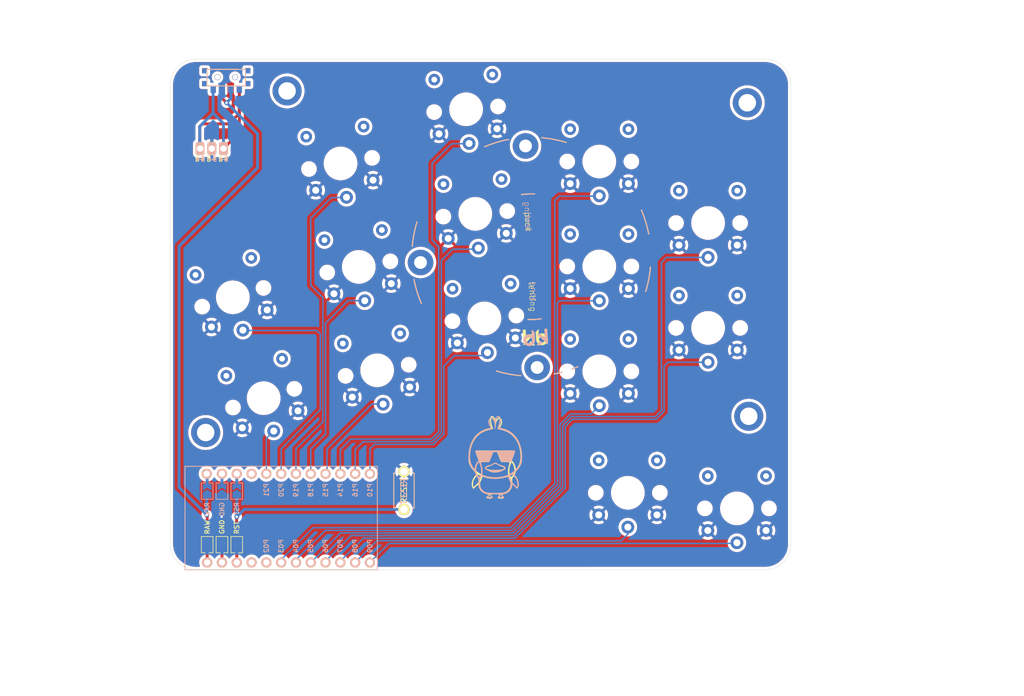
<source format=kicad_pcb>
(kicad_pcb (version 20211014) (generator pcbnew)
  (title_block (title "board") (rev "v1.0.0") (company "Unknown"))
  (layers (0 "F.Cu" signal) (31 "B.Cu" signal) (34 "B.Paste" user) (35 "F.Paste" user) (36 "B.SilkS" user "B.Silkscreen") (37 "F.SilkS" user "F.Silkscreen") (38 "B.Mask" user) (39 "F.Mask" user) (44 "Edge.Cuts" user))
  (net 0 "")
  (net 1 "P6")
  (net 2 "GND")
  (net 3 "P5")
  (net 4 "P4")
  (net 5 "P3")
  (net 6 "P2")
  (net 7 "P18")
  (net 8 "P15")
  (net 9 "P14")
  (net 10 "P16")
  (net 11 "P10")
  (net 12 "P19")
  (net 13 "P20")
  (net 14 "P21")
  (net 15 "P7")
  (net 16 "P8")
  (net 17 "P9")
  (net 18 "RAW")
  (net 19 "RST")
  (net 20 "Braw")
  (footprint "kbd:ResetSW" (layer "F.Cu") (at 81.896791 -48.615254 -90)
    (fp_text reference "B1" hide)
    (fp_text value "")
    (fp_text user "RESET" (at 0.127 0 90) (layer "B.SilkS") (effects (justify mirror)))
    (fp_text user "RESET" (at 0 0 90) (layer "F.SilkS"))
    (pad "1" thru_hole circle locked (at 3.25 0 270) (size 2 2) (drill 1.3) (layers *.Cu *.Mask "F.SilkS") (net 19 "RST"))
    (pad "2" thru_hole circle locked (at -3.25 0 270) (size 2 2) (drill 1.3) (layers *.Cu *.Mask "F.SilkS") (net 2 "GND"))
  )
  (footprint "Alaa:ChocV2SimpleReversible" (layer "F.Cu") (at 71.00711 -104.795067 10)
    (fp_text reference "S11" hide)
    (fp_text value "" hide)
    (pad "" np_thru_hole circle (at -5.5 0 100) (size 1.7018 1.7018) (drill 1.7018) (layers F&B.Cu *.Mask))
    (pad "" thru_hole circle (at -5 -5.55 10) (size 2 2) (drill 1) (layers *.Cu "F.Mask"))
    (pad "" np_thru_hole circle (at 0 0 280) (size 4.8 4.8) (drill 4.8) (layers F&B.Cu *.Mask))
    (pad "" thru_hole circle (at 5 -5.55 10) (size 2 2) (drill 1) (layers *.Cu "B.Mask"))
    (pad "" np_thru_hole circle (at 5.5 0 100) (size 1.7018 1.7018) (drill 1.7018) (layers F&B.Cu *.Mask))
    (pad "1" thru_hole circle (at 0 5.9 10) (size 2.2 2.2) (drill 1.2) (layers *.Cu "F.Mask") (net 12 "P19"))
    (pad "2" thru_hole circle (at -5 3.8 10) (size 2.2 2.2) (drill 1.2) (layers *.Cu "B.Mask") (net 2 "GND"))
    (pad "2" thru_hole circle (at 5 3.8 10) (size 2.2 2.2) (drill 1.2) (layers *.Cu "F.Mask") (net 2 "GND"))
  )
  (footprint "Alaa:ChocV2SimpleReversible" (layer "F.Cu") (at 94.141643 -96.134167 5)
    (fp_text reference "S15" hide)
    (fp_text value "" hide)
    (pad "" np_thru_hole circle (at -5.5 0 95) (size 1.7018 1.7018) (drill 1.7018) (layers F&B.Cu *.Mask))
    (pad "" np_thru_hole circle (at 5.5 0 95) (size 1.7018 1.7018) (drill 1.7018) (layers F&B.Cu *.Mask))
    (pad "" thru_hole circle (at 5 -5.55 5) (size 2 2) (drill 1) (layers *.Cu "B.Mask"))
    (pad "" thru_hole circle (at -5 -5.55 5) (size 2 2) (drill 1) (layers *.Cu "F.Mask"))
    (pad "" np_thru_hole circle (at 0 0 275) (size 4.8 4.8) (drill 4.8) (layers F&B.Cu *.Mask))
    (pad "1" thru_hole circle (at 0 5.9 5) (size 2.2 2.2) (drill 1.2) (layers *.Cu "F.Mask") (net 10 "P16"))
    (pad "2" thru_hole circle (at 5 3.8 5) (size 2.2 2.2) (drill 1.2) (layers *.Cu "F.Mask") (net 2 "GND"))
    (pad "2" thru_hole circle (at -5 3.8 5) (size 2.2 2.2) (drill 1.2) (layers *.Cu "B.Mask") (net 2 "GND"))
  )
  (footprint "Alaa:ChocV2SimpleReversible" (layer "F.Cu") (at 115.424791 -87.097254)
    (fp_text reference "S21" hide)
    (fp_text value "" hide)
    (pad "" np_thru_hole circle (at 5.5 0 90) (size 1.7018 1.7018) (drill 1.7018) (layers F&B.Cu *.Mask))
    (pad "" np_thru_hole circle (at -5.5 0 90) (size 1.7018 1.7018) (drill 1.7018) (layers F&B.Cu *.Mask))
    (pad "" thru_hole circle (at 5 -5.55) (size 2 2) (drill 1) (layers *.Cu "B.Mask"))
    (pad "" np_thru_hole circle (at 0 0 270) (size 4.8 4.8) (drill 4.8) (layers F&B.Cu *.Mask))
    (pad "" thru_hole circle (at -5 -5.55) (size 2 2) (drill 1) (layers *.Cu "F.Mask"))
    (pad "1" thru_hole circle (at 0 5.9) (size 2.2 2.2) (drill 1.2) (layers *.Cu "F.Mask") (net 4 "P4"))
    (pad "2" thru_hole circle (at 5 3.8) (size 2.2 2.2) (drill 1.2) (layers *.Cu "F.Mask") (net 2 "GND"))
    (pad "2" thru_hole circle (at -5 3.8) (size 2.2 2.2) (drill 1.2) (layers *.Cu "B.Mask") (net 2 "GND"))
  )
  (footprint "E73:SPDT_C128955" (layer "F.Cu") (at 51.389406 -119.608838)
    (fp_text reference "T1" hide)
    (fp_text value "" hide)
    (pad "" smd rect (at 3.7 1.1) (size 0.9 0.9) (layers "F.Cu" "F.Paste" "F.Mask"))
    (pad "" smd rect (at -3.7 -1.1) (size 0.9 0.9) (layers "F.Cu" "F.Paste" "F.Mask"))
    (pad "" smd rect (at 3.7 -1.1) (size 0.9 0.9) (layers "F.Cu" "F.Paste" "F.Mask"))
    (pad "" smd rect (at -3.7 1.1) (size 0.9 0.9) (layers "F.Cu" "F.Paste" "F.Mask"))
    (pad "1" smd rect (at 2.25 2.075) (size 0.9 1.25) (layers "F.Cu" "F.Paste" "F.Mask") (net 20 "Braw"))
    (pad "2" smd rect (at -0.75 2.075) (size 0.9 1.25) (layers "F.Cu" "F.Paste" "F.Mask") (net 18 "RAW"))
    (pad "3" smd rect (at -2.25 2.075) (size 0.9 1.25) (layers "F.Cu" "F.Paste" "F.Mask"))
  )
  (footprint "" (layer "F.Cu") (at 141.078791 -61.367254)
    (fp_text reference "" (at 0 0) (layer "F.SilkS") (effects (font (size 1.27 1.27))))
    (fp_text value "" (at 0 0) (layer "F.SilkS") (effects (font (size 1.27 1.27))))
    (pad "1" thru_hole circle (at 0 0) (size 5 5) (drill 3) (layers *.Cu *.Mask))
  )
  (footprint "E73:SPDT_C128955" (layer "F.Cu") (at 51.389406 -119.608838)
    (fp_text reference "T2" hide)
    (fp_text value "" hide)
    (pad "" smd rect locked (at 3.7 -1.1) (size 0.9 0.9) (layers "B.Cu" "B.Paste" "B.Mask"))
    (pad "" smd rect locked (at -3.7 -1.1) (size 0.9 0.9) (layers "B.Cu" "B.Paste" "B.Mask"))
    (pad "" smd rect locked (at 3.7 1.1) (size 0.9 0.9) (layers "B.Cu" "B.Paste" "B.Mask"))
    (pad "" smd rect locked (at -3.7 1.1) (size 0.9 0.9) (layers "B.Cu" "B.Paste" "B.Mask"))
    (pad "" np_thru_hole circle locked (at -1.5 0 90) (size 1 1) (drill 0.9) (layers *.Cu *.Mask))
    (pad "" np_thru_hole circle locked (at 1.5 0 90) (size 1 1) (drill 0.9) (layers *.Cu *.Mask))
    (pad "1" smd rect locked (at -2.25 2.075) (size 0.9 1.25) (layers "B.Cu" "B.Paste" "B.Mask") (net 20 "Braw"))
    (pad "2" smd rect locked (at 0.75 2.075) (size 0.9 1.25) (layers "B.Cu" "B.Paste" "B.Mask") (net 18 "RAW"))
    (pad "3" smd rect locked (at 2.25 2.075) (size 0.9 1.25) (layers "B.Cu" "B.Paste" "B.Mask"))
  )
  (footprint "Alaa:ChocV2SimpleReversible" (layer "F.Cu") (at 134.099495 -94.564491)
    (fp_text reference "S29" hide)
    (fp_text value "" hide)
    (pad "" thru_hole circle (at 5 -5.55) (size 2 2) (drill 1) (layers *.Cu "B.Mask"))
    (pad "" thru_hole circle (at -5 -5.55) (size 2 2) (drill 1) (layers *.Cu "F.Mask"))
    (pad "" np_thru_hole circle (at 0 0 270) (size 4.8 4.8) (drill 4.8) (layers F&B.Cu *.Mask))
    (pad "" np_thru_hole circle (at 5.5 0 90) (size 1.7018 1.7018) (drill 1.7018) (layers F&B.Cu *.Mask))
    (pad "" np_thru_hole circle (at -5.5 0 90) (size 1.7018 1.7018) (drill 1.7018) (layers F&B.Cu *.Mask))
    (pad "1" thru_hole circle (at 0 5.9) (size 2.2 2.2) (drill 1.2) (layers *.Cu "F.Mask") (net 1 "P6"))
    (pad "2" thru_hole circle (at -5 3.8) (size 2.2 2.2) (drill 1.2) (layers *.Cu "B.Mask") (net 2 "GND"))
    (pad "2" thru_hole circle (at 5 3.8) (size 2.2 2.2) (drill 1.2) (layers *.Cu "F.Mask") (net 2 "GND"))
  )
  (footprint "" (layer "F.Cu") (at 47.860791 -58.573254)
    (fp_text reference "" (at 0 0) (layer "F.SilkS") (effects (font (size 1.27 1.27))))
    (fp_text value "" (at 0 0) (layer "F.SilkS") (effects (font (size 1.27 1.27))))
    (pad "1" thru_hole circle (at 0 0) (size 5 5) (drill 3) (layers *.Cu *.Mask))
  )
  (footprint "LOGO" (layer "F.Cu") (at 97.484546 -52.964987)
    (fp_text reference "G***" hide)
    (fp_text value "LOGO" hide)
  )
  (footprint "Alaa:ChocV2SimpleReversible" (layer "F.Cu") (at 139.046791 -45.543254)
    (fp_text reference "S33" hide)
    (fp_text value "" hide)
    (pad "" np_thru_hole circle (at 5.5 0 90) (size 1.7018 1.7018) (drill 1.7018) (layers F&B.Cu *.Mask))
    (pad "" thru_hole circle (at 5 -5.55) (size 2 2) (drill 1) (layers *.Cu "B.Mask"))
    (pad "" np_thru_hole circle (at -5.5 0 90) (size 1.7018 1.7018) (drill 1.7018) (layers F&B.Cu *.Mask))
    (pad "" thru_hole circle (at -5 -5.55) (size 2 2) (drill 1) (layers *.Cu "F.Mask"))
    (pad "" np_thru_hole circle (at 0 0 270) (size 4.8 4.8) (drill 4.8) (layers F&B.Cu *.Mask))
    (pad "1" thru_hole circle (at 0 5.9) (size 2.2 2.2) (drill 1.2) (layers *.Cu "F.Mask") (net 17 "P9"))
    (pad "2" thru_hole circle (at -5 3.8) (size 2.2 2.2) (drill 1.2) (layers *.Cu "B.Mask") (net 2 "GND"))
    (pad "2" thru_hole circle (at 5 3.8) (size 2.2 2.2) (drill 1.2) (layers *.Cu "F.Mask") (net 2 "GND"))
  )
  (footprint "Alaa:ChocV2SimpleReversible" (layer "F.Cu") (at 77.291148 -69.261603 10)
    (fp_text reference "S7" hide)
    (fp_text value "" hide)
    (pad "" np_thru_hole circle (at 5.5 0 100) (size 1.7018 1.7018) (drill 1.7018) (layers F&B.Cu *.Mask))
    (pad "" np_thru_hole circle (at -5.5 0 100) (size 1.7018 1.7018) (drill 1.7018) (layers F&B.Cu *.Mask))
    (pad "" thru_hole circle (at -5 -5.55 10) (size 2 2) (drill 1) (layers *.Cu "F.Mask"))
    (pad "" np_thru_hole circle (at 0 0 280) (size 4.8 4.8) (drill 4.8) (layers F&B.Cu *.Mask))
    (pad "" thru_hole circle (at 5 -5.55 10) (size 2 2) (drill 1) (layers *.Cu "B.Mask"))
    (pad "1" thru_hole circle (at 0 5.9 10) (size 2.2 2.2) (drill 1.2) (layers *.Cu "F.Mask") (net 8 "P15"))
    (pad "2" thru_hole circle (at -5 3.8 10) (size 2.2 2.2) (drill 1.2) (layers *.Cu "B.Mask") (net 2 "GND"))
    (pad "2" thru_hole circle (at 5 3.8 10) (size 2.2 2.2) (drill 1.2) (layers *.Cu "F.Mask") (net 2 "GND"))
  )
  (footprint "lib:bat" (layer "F.Cu") (at 48.908791 -107.341254)
    (fp_text reference "PAD1" hide)
    (fp_text value "" hide)
    (fp_text user "B+" (at 2 1.8) (layer "B.SilkS") (effects (font (size 0.8 0.8)) (justify mirror)))
    (fp_text user "B+" (at -2 1.8) (layer "B.SilkS") (effects (font (size 0.8 0.8)) (justify mirror)))
    (fp_text user "B-" (at 0 1.8) (layer "B.SilkS") (effects (font (size 0.8 0.8)) (justify mirror)))
    (fp_text user "B-" (at 0 1.8) (layer "F.SilkS") (effects (font (size 0.8 0.8))))
    (fp_text user "B+" (at -2 1.8) (layer "F.SilkS") (effects (font (size 0.8 0.8))))
    (fp_text user "B+" (at 2 1.8) (layer "F.SilkS") (effects (font (size 0.8 0.8))))
    (pad "1" thru_hole roundrect locked (at 2 0) (size 1.5 2.25) (drill 1.0922) (layers *.Cu *.SilkS *.Mask) (net 20 "Braw"))
    (pad "2" thru_hole roundrect locked (at 0 0) (size 1.5 2.25) (drill 1.0922) (layers *.Cu *.SilkS *.Mask) (net 2 "GND"))
    (pad "3" thru_hole roundrect locked (at -2 0) (size 1.5 2.25) (drill 1.0922) (layers *.Cu *.SilkS *.Mask) (net 20 "Braw"))
  )
  (footprint "Alaa:ChocV2SimpleReversible" (layer "F.Cu") (at 52.522259 -81.799963 17)
    (fp_text reference "S5" hide)
    (fp_text value "" hide)
    (pad "" thru_hole circle (at 5 -5.55 17) (size 2 2) (drill 1) (layers *.Cu "B.Mask"))
    (pad "" np_thru_hole circle (at -5.5 0 107) (size 1.7018 1.7018) (drill 1.7018) (layers F&B.Cu *.Mask))
    (pad "" np_thru_hole circle (at 0 0 287) (size 4.8 4.8) (drill 4.8) (layers F&B.Cu *.Mask))
    (pad "" thru_hole circle (at -5 -5.55 17) (size 2 2) (drill 1) (layers *.Cu "F.Mask"))
    (pad "" np_thru_hole circle (at 5.5 0 107) (size 1.7018 1.7018) (drill 1.7018) (layers F&B.Cu *.Mask))
    (pad "1" thru_hole circle (at 0 5.9 17) (size 2.2 2.2) (drill 1.2) (layers *.Cu "F.Mask") (net 13 "P20"))
    (pad "2" thru_hole circle (at 5 3.8 17) (size 2.2 2.2) (drill 1.2) (layers *.Cu "F.Mask") (net 2 "GND"))
    (pad "2" thru_hole circle (at -5 3.8 17) (size 2.2 2.2) (drill 1.2) (layers *.Cu "B.Mask") (net 2 "GND"))
  )
  (footprint "Alaa:ChocV2SimpleReversible" (layer "F.Cu") (at 134.099495 -76.544491)
    (fp_text reference "S27" hide)
    (fp_text value "" hide)
    (pad "" np_thru_hole circle (at 5.5 0 90) (size 1.7018 1.7018) (drill 1.7018) (layers F&B.Cu *.Mask))
    (pad "" thru_hole circle (at -5 -5.55) (size 2 2) (drill 1) (layers *.Cu "F.Mask"))
    (pad "" np_thru_hole circle (at 0 0 270) (size 4.8 4.8) (drill 4.8) (layers F&B.Cu *.Mask))
    (pad "" np_thru_hole circle (at -5.5 0 90) (size 1.7018 1.7018) (drill 1.7018) (layers F&B.Cu *.Mask))
    (pad "" thru_hole circle (at 5 -5.55) (size 2 2) (drill 1) (layers *.Cu "B.Mask"))
    (pad "1" thru_hole circle (at 0 5.9) (size 2.2 2.2) (drill 1.2) (layers *.Cu "F.Mask") (net 15 "P7"))
    (pad "2" thru_hole circle (at -5 3.8) (size 2.2 2.2) (drill 1.2) (layers *.Cu "B.Mask") (net 2 "GND"))
    (pad "2" thru_hole circle (at 5 3.8) (size 2.2 2.2) (drill 1.2) (layers *.Cu "F.Mask") (net 2 "GND"))
  )
  (footprint "Alaa:ChocV2SimpleReversible" (layer "F.Cu") (at 74.139129 -87.023335 10)
    (fp_text reference "S9" hide)
    (fp_text value "" hide)
    (pad "" thru_hole circle (at 5 -5.55 10) (size 2 2) (drill 1) (layers *.Cu "B.Mask"))
    (pad "" np_thru_hole circle (at 5.5 0 100) (size 1.7018 1.7018) (drill 1.7018) (layers F&B.Cu *.Mask))
    (pad "" np_thru_hole circle (at 0 0 280) (size 4.8 4.8) (drill 4.8) (layers F&B.Cu *.Mask))
    (pad "" thru_hole circle (at -5 -5.55 10) (size 2 2) (drill 1) (layers *.Cu "F.Mask"))
    (pad "" np_thru_hole circle (at -5.5 0 100) (size 1.7018 1.7018) (drill 1.7018) (layers F&B.Cu *.Mask))
    (pad "1" thru_hole circle (at 0 5.9 10) (size 2.2 2.2) (drill 1.2) (layers *.Cu "F.Mask") (net 7 "P18"))
    (pad "2" thru_hole circle (at 5 3.8 10) (size 2.2 2.2) (drill 1.2) (layers *.Cu "F.Mask") (net 2 "GND"))
    (pad "2" thru_hole circle (at -5 3.8 10) (size 2.2 2.2) (drill 1.2) (layers *.Cu "B.Mask") (net 2 "GND"))
  )
  (footprint "Alaa:ChocV2SimpleReversible" (layer "F.Cu") (at 95.703291 -78.178857 5)
    (fp_text reference "S13" hide)
    (fp_text value "" hide)
    (pad "" np_thru_hole circle (at 0 0 275) (size 4.8 4.8) (drill 4.8) (layers F&B.Cu *.Mask))
    (pad "" thru_hole circle (at 5 -5.55 5) (size 2 2) (drill 1) (layers *.Cu "B.Mask"))
    (pad "" np_thru_hole circle (at 5.5 0 95) (size 1.7018 1.7018) (drill 1.7018) (layers F&B.Cu *.Mask))
    (pad "" np_thru_hole circle (at -5.5 0 95) (size 1.7018 1.7018) (drill 1.7018) (layers F&B.Cu *.Mask))
    (pad "" thru_hole circle (at -5 -5.55 5) (size 2 2) (drill 1) (layers *.Cu "F.Mask"))
    (pad "1" thru_hole circle (at 0 5.9 5) (size 2.2 2.2) (drill 1.2) (layers *.Cu "F.Mask") (net 11 "P10"))
    (pad "2" thru_hole circle (at -5 3.8 5) (size 2.2 2.2) (drill 1.2) (layers *.Cu "B.Mask") (net 2 "GND"))
    (pad "2" thru_hole circle (at 5 3.8 5) (size 2.2 2.2) (drill 1.2) (layers *.Cu "F.Mask") (net 2 "GND"))
  )
  (footprint "Alaa:ChocV2SimpleReversible" (layer "F.Cu") (at 92.559996 -114.099477 5)
    (fp_text reference "S17" hide)
    (fp_text value "" hide)
    (pad "" np_thru_hole circle (at 5.5 0 95) (size 1.7018 1.7018) (drill 1.7018) (layers F&B.Cu *.Mask))
    (pad "" np_thru_hole circle (at -5.5 0 95) (size 1.7018 1.7018) (drill 1.7018) (layers F&B.Cu *.Mask))
    (pad "" thru_hole circle (at 5 -5.55 5) (size 2 2) (drill 1) (layers *.Cu "B.Mask"))
    (pad "" thru_hole circle (at -5 -5.55 5) (size 2 2) (drill 1) (layers *.Cu "F.Mask"))
    (pad "" np_thru_hole circle (at 0 0 275) (size 4.8 4.8) (drill 4.8) (layers F&B.Cu *.Mask))
    (pad "1" thru_hole circle (at 0 5.9 5) (size 2.2 2.2) (drill 1.2) (layers *.Cu "F.Mask") (net 9 "P14"))
    (pad "2" thru_hole circle (at 5 3.8 5) (size 2.2 2.2) (drill 1.2) (layers *.Cu "F.Mask") (net 2 "GND"))
    (pad "2" thru_hole circle (at -5 3.8 5) (size 2.2 2.2) (drill 1.2) (layers *.Cu "B.Mask") (net 2 "GND"))
  )
  (footprint "Alaa:ChocV2SimpleReversible" (layer "F.Cu") (at 120.321152 -48.226273)
    (fp_text reference "S31" hide)
    (fp_text value "" hide)
    (pad "" thru_hole circle (at 5 -5.55) (size 2 2) (drill 1) (layers *.Cu "B.Mask"))
    (pad "" np_thru_hole circle (at -5.5 0 90) (size 1.7018 1.7018) (drill 1.7018) (layers F&B.Cu *.Mask))
    (pad "" thru_hole circle (at -5 -5.55) (size 2 2) (drill 1) (layers *.Cu "F.Mask"))
    (pad "" np_thru_hole circle (at 5.5 0 90) (size 1.7018 1.7018) (drill 1.7018) (layers F&B.Cu *.Mask))
    (pad "" np_thru_hole circle (at 0 0 270) (size 4.8 4.8) (drill 4.8) (layers F&B.Cu *.Mask))
    (pad "1" thru_hole circle (at 0 5.9) (size 2.2 2.2) (drill 1.2) (layers *.Cu "F.Mask") (net 16 "P8"))
    (pad "2" thru_hole circle (at -5 3.8) (size 2.2 2.2) (drill 1.2) (layers *.Cu "B.Mask") (net 2 "GND"))
    (pad "2" thru_hole circle (at 5 3.8) (size 2.2 2.2) (drill 1.2) (layers *.Cu "F.Mask") (net 2 "GND"))
  )
  (footprint "Alaa:ChocV2SimpleReversible" (layer "F.Cu") (at 57.812578 -64.472782 17)
    (fp_text reference "S3" hide)
    (fp_text value "" hide)
    (pad "" np_thru_hole circle (at -5.5 0 107) (size 1.7018 1.7018) (drill 1.7018) (layers F&B.Cu *.Mask))
    (pad "" np_thru_hole circle (at 5.5 0 107) (size 1.7018 1.7018) (drill 1.7018) (layers F&B.Cu *.Mask))
    (pad "" thru_hole circle (at 5 -5.55 17) (size 2 2) (drill 1) (layers *.Cu "B.Mask"))
    (pad "" thru_hole circle (at -5 -5.55 17) (size 2 2) (drill 1) (layers *.Cu "F.Mask"))
    (pad "" np_thru_hole circle (at 0 0 287) (size 4.8 4.8) (drill 4.8) (layers F&B.Cu *.Mask))
    (pad "1" thru_hole circle (at 0 5.9 17) (size 2.2 2.2) (drill 1.2) (layers *.Cu "F.Mask") (net 14 "P21"))
    (pad "2" thru_hole circle (at -5 3.8 17) (size 2.2 2.2) (drill 1.2) (layers *.Cu "B.Mask") (net 2 "GND"))
    (pad "2" thru_hole circle (at 5 3.8 17) (size 2.2 2.2) (drill 1.2) (layers *.Cu "F.Mask") (net 2 "GND"))
  )
  (footprint "" (layer "F.Cu") (at 140.824791 -115.215254)
    (fp_text reference "" (at 0 0) (layer "F.SilkS") (effects (font (size 1.27 1.27))))
    (fp_text value "" (at 0 0) (layer "F.SilkS") (effects (font (size 1.27 1.27))))
    (pad "1" thru_hole circle (at 0 0) (size 5 5) (drill 3) (layers *.Cu *.Mask))
  )
  (footprint "Alaa:ChocV2SimpleReversible" (layer "F.Cu") (at 115.424791 -105.127254)
    (fp_text reference "S23" hide)
    (fp_text value "" hide)
    (pad "" np_thru_hole circle (at 0 0 270) (size 4.8 4.8) (drill 4.8) (layers F&B.Cu *.Mask))
    (pad "" thru_hole circle (at -5 -5.55) (size 2 2) (drill 1) (layers *.Cu "F.Mask"))
    (pad "" thru_hole circle (at 5 -5.55) (size 2 2) (drill 1) (layers *.Cu "B.Mask"))
    (pad "" np_thru_hole circle (at -5.5 0 90) (size 1.7018 1.7018) (drill 1.7018) (layers F&B.Cu *.Mask))
    (pad "" np_thru_hole circle (at 5.5 0 90) (size 1.7018 1.7018) (drill 1.7018) (layers F&B.Cu *.Mask))
    (pad "1" thru_hole circle (at 0 5.9) (size 2.2 2.2) (drill 1.2) (layers *.Cu "F.Mask") (net 5 "P3"))
    (pad "2" thru_hole circle (at 5 3.8) (size 2.2 2.2) (drill 1.2) (layers *.Cu "F.Mask") (net 2 "GND"))
    (pad "2" thru_hole circle (at -5 3.8) (size 2.2 2.2) (drill 1.2) (layers *.Cu "B.Mask") (net 2 "GND"))
  )
  (footprint "Alaa:ChocV2SimpleReversible" (layer "F.Cu") (at 115.424791 -69.077254)
    (fp_text reference "S19" hide)
    (fp_text value "" hide)
    (pad "" np_thru_hole circle (at 5.5 0 90) (size 1.7018 1.7018) (drill 1.7018) (layers F&B.Cu *.Mask))
    (pad "" thru_hole circle (at 5 -5.55) (size 2 2) (drill 1) (layers *.Cu "B.Mask"))
    (pad "" thru_hole circle (at -5 -5.55) (size 2 2) (drill 1) (layers *.Cu "F.Mask"))
    (pad "" np_thru_hole circle (at 0 0 270) (size 4.8 4.8) (drill 4.8) (layers F&B.Cu *.Mask))
    (pad "" np_thru_hole circle (at -5.5 0 90) (size 1.7018 1.7018) (drill 1.7018) (layers F&B.Cu *.Mask))
    (pad "1" thru_hole circle (at 0 5.9) (size 2.2 2.2) (drill 1.2) (layers *.Cu "F.Mask") (net 3 "P5"))
    (pad "2" thru_hole circle (at 5 3.8) (size 2.2 2.2) (drill 1.2) (layers *.Cu "F.Mask") (net 2 "GND"))
    (pad "2" thru_hole circle (at -5 3.8) (size 2.2 2.2) (drill 1.2) (layers *.Cu "B.Mask") (net 2 "GND"))
  )
  (footprint "" (layer "F.Cu") (at 61.830791 -117.247254)
    (fp_text reference "" (at 0 0) (layer "F.SilkS") (effects (font (size 1.27 1.27))))
    (fp_text value "" (at 0 0) (layer "F.SilkS") (effects (font (size 1.27 1.27))))
    (pad "1" thru_hole circle (at 0 0) (size 5 5) (drill 3) (layers *.Cu *.Mask))
  )
  (footprint "Alaa:Tenting_Puck_3_Holes" (layer "F.Cu") (at 103.759791 -88.773147 3)
    (fp_text reference "REF**")
    (fp_text value "Tenting Puck")
    (fp_text user "puck" (at -0.1905 6.0325 93 unlocked) (layer "B.SilkS") (effects (font (thickness 0.1)) (justify mirror)))
    (fp_text user "tenting" (at -0.254 -6.9215 93) (layer "B.SilkS") (effects (font (thickness 0.1)) (justify mirror)))
    (fp_text user "tenting" (at -0.1905 6.858 93) (layer "F.SilkS") (effects (font (thickness 0.1))))
    (fp_text user "puck" (at -0.254 -6.0325 93) (layer "F.SilkS") (effects (font (thickness 0.1))))
    (pad "1" thru_hole circle (at 0 -19.05 3) (size 4.4 4.4) (drill 2.2) (layers *.Cu *.Mask))
    (pad "1" thru_hole circle (at 0 19.05 3) (size 4.4 4.4) (drill 2.2) (layers *.Cu *.Mask))
    (pad "1" thru_hole circle (at -19.05 0 3) (size 4.4 4.4) (drill 2.2) (layers *.Cu *.Mask))
  )
  (footprint "LOGO" (layer "B.Cu") (at 97.644791 -52.985254 180)
    (fp_text reference "G***" hide)
    (fp_text value "LOGO" hide)
  )
  (footprint "ProMicro" (layer "B.Cu") (at 62.084791 -43.873254)
    (fp_text reference "MCU1" hide)
    (fp_text value "" hide)
    (fp_text user "P08" (at 11.43 4.8 90) (layer "B.SilkS") (effects (font (size 0.8 0.8)) (justify mirror)))
    (fp_text user "P21" (at -3.81 -4.8 90) (layer "B.SilkS") (effects (font (size 0.8 0.8)) (justify mirror)))
    (fp_text user "P14" (at 8.89 -4.8 90) (layer "B.SilkS") (effects (font (size 0.8 0.8)) (justify mirror)))
    (fp_text user "P20" (at -1.27 -4.8 90) (layer "B.SilkS") (effects (font (size 0.8 0.8)) (justify mirror)))
    (fp_text user "RST" (at -8.89 -1.613523 90 unlocked) (layer "B.SilkS") (effects (font (size 0.8 0.8)) (justify mirror)))
    (fp_text user "P09" (at 13.97 4.8 90) (layer "B.SilkS") (effects (font (size 0.8 0.8)) (justify mirror)))
    (fp_text user "P16" (at 11.43 -4.8 90) (layer "B.SilkS") (effects (font (size 0.8 0.8)) (justify mirror)))
    (fp_text user "RAW" (at -13.97 -1.499237 90 unlocked) (layer "B.SilkS") (effects (font (size 0.8 0.8)) (justify mirror)))
    (fp_text user "P02" (at -3.81 4.8 90) (layer "B.SilkS") (effects (font (size 0.8 0.8)) (justify mirror)))
    (fp_text user "P18" (at 3.81 -4.8 90) (layer "B.SilkS") (effects (font (size 0.8 0.8)) (justify mirror)))
    (fp_text user "P10" (at 13.97 -4.8 90) (layer "B.SilkS") (effects (font (size 0.8 0.8)) (justify mirror)))
    (fp_text user "P03" (at -1.27 4.8 90) (layer "B.SilkS") (effects (font (size 0.8 0.8)) (justify mirror)))
    (fp_text user "P07" (at 8.89 4.8 90) (layer "B.SilkS") (effects (font (size 0.8 0.8)) (justify mirror)))
    (fp_text user "P19" (at 1.27 -4.8 90) (layer "B.SilkS") (effects (font (size 0.8 0.8)) (justify mirror)))
    (fp_text user "GND" (at -11.43 -1.499237 90 unlocked) (layer "B.SilkS") (effects (font (size 0.8 0.8)) (justify mirror)))
    (fp_text user "P04" (at 1.27 4.8 90) (layer "B.SilkS") (effects (font (size 0.8 0.8)) (justify mirror)))
    (fp_text user "P05" (at 3.81 4.8 90) (layer "B.SilkS") (effects (font (size 0.8 0.8)) (justify mirror)))
    (fp_text user "P15" (at 6.35 -4.8 90) (layer "B.SilkS") (effects (font (size 0.8 0.8)) (justify mirror)))
    (fp_text user "P06" (at 6.35 4.8 90) (layer "B.SilkS") (effects (font (size 0.8 0.8)) (justify mirror)))
    (fp_text user "RAW" (at -13.935627 1.552204 90 unlocked) (layer "F.SilkS") (effects (font (size 0.8 0.8))))
    (fp_text user "RST" (at -8.898059 1.629226 90 unlocked) (layer "F.SilkS") (effects (font (size 0.8 0.8))))
    (fp_text user "GND" (at -11.438059 1.514941 90 unlocked) (layer "F.SilkS") (effects (font (size 0.8 0.8))))
    (pad "" thru_hole circle (at -11.43 7.62 270) (size 1.7526 1.7526) (drill 1.0922) (layers *.Cu *.SilkS *.Mask))
    (pad "" smd custom (at -11.43 -5.363523 90) (size 0.3 0.3) (layers "B.Cu" "B.Mask") (options (clearance outline) (anchor rect)) (primitives (gr_poly (pts (xy 0.5 -0.75) (xy -0.65 -0.75) (xy -0.15 0) (xy -0.65 0.75) (xy 0.5 0.75)) (width 0) (fill yes))))
    (pad "" smd custom (at -13.97 -5.363523 90) (size 0.3 0.3) (layers "B.Cu" "B.Mask") (options (clearance outline) (anchor rect)) (primitives (gr_poly (pts (xy 0.5 -0.75) (xy -0.65 -0.75) (xy -0.15 0) (xy -0.65 0.75) (xy 0.5 0.75)) (width 0) (fill yes))))
    (pad "" smd rect (at -8.89 -6.288523) (size 0.5 1.524) (layers "B.Cu" "B.Mask"))
    (pad "" smd custom (at -11.43 5.286477 90) (size 0.3 0.3) (layers "F.Cu" "F.Mask") (options (clearance outline) (anchor rect)) (primitives (gr_poly (pts (xy 0.15 0) (xy 0.65 -0.75) (xy -0.5 -0.75) (xy -0.5 0.75) (xy 0.65 0.75)) (width 0) (fill yes))))
    (pad "" thru_hole circle (at -8.89 7.62 270) (size 1.7526 1.7526) (drill 1.0922) (layers *.Cu *.SilkS *.Mask))
    (pad "" smd rect (at -13.97 6.236477) (size 0.5 1.524) (layers "F.Cu" "F.Mask") (clearance 0.2))
    (pad "" thru_hole circle (at -8.89 -7.62 270) (size 1.7526 1.7526) (drill 1.0922) (layers *.Cu *.SilkS *.Mask))
    (pad "" smd rect (at -13.97 -6.288523) (size 0.5 1.524) (layers "B.Cu" "B.Mask"))
    (pad "" smd rect (at -11.43 6.236477) (size 0.5 1.524) (layers "F.Cu" "F.Mask"))
    (pad "" smd rect (at -8.89 6.236477) (size 0.5 1.524) (layers "F.Cu" "F.Mask"))
    (pad "" smd custom (at -8.89 -5.363523 90) (size 0.3 0.3) (layers "B.Cu" "B.Mask") (options (clearance outline) (anchor rect)) (primitives (gr_poly (pts (xy 0.5 -0.75) (xy -0.65 -0.75) (xy -0.15 0) (xy -0.65 0.75) (xy 0.5 0.75)) (width 0) (fill yes))))
    (pad "" smd rect (at -11.43 -6.288523) (size 0.5 1.524) (layers "B.Cu" "B.Mask"))
    (pad "" smd custom (at -8.89 5.286477 90) (size 0.3 0.3) (layers "F.Cu" "F.Mask") (options (clearance outline) (anchor rect)) (primitives (gr_poly (pts (xy 0.15 0) (xy 0.65 -0.75) (xy -0.5 -0.75) (xy -0.5 0.75) (xy 0.65 0.75)) (width 0) (fill yes))))
    (pad "" smd custom (at -13.97 5.286477 90) (size 0.3 0.3) (layers "F.Cu" "F.Mask") (options (clearance outline) (anchor rect)) (primitives (gr_poly (pts (xy 0.15 0) (xy 0.65 -0.75) (xy -0.5 -0.75) (xy -0.5 0.75) (xy 0.65 0.75)) (width 0) (fill yes))))
    (pad "" thru_hole circle (at -14.053746 -7.62 270) (size 1.7526 1.7526) (drill 1.0922) (layers *.Cu *.SilkS *.Mask))
    (pad "" thru_hole circle (at -13.97 7.62 270) (size 1.7526 1.7526) (drill 1.0922) (layers *.Cu *.SilkS *.Mask))
    (pad "" thru_hole circle (at -11.43 -7.62 270) (size 1.7526 1.7526) (drill 1.0922) (layers *.Cu *.SilkS *.Mask))
    (pad "1" smd custom (at -13.97 -3.913523 90) (size 0.3 0.3) (layers "B.Cu" "B.Mask") (net 18 "RAW") (options (clearance outline) (anchor rect)) (primitives (gr_poly (pts (xy 1 0) (xy 0.5 -0.75) (xy -0.5 -0.75) (xy -0.5 0.75) (xy 0.5 0.75)) (width 0) (fill yes))))
    (pad "1" smd custom (at -13.97 3.836477 90) (size 0.3 0.3) (layers "F.Cu" "F.Mask") (net 18 "RAW") (options (clearance outline) (anchor rect)) (primitives (gr_poly (pts (xy 0.5 -0.75) (xy -0.5 -0.75) (xy -1 0) (xy -0.5 0.75) (xy 0.5 0.75)) (width 0) (fill yes))))
    (pad "2" smd custom (at -11.43 -3.913523 90) (size 0.3 0.3) (layers "B.Cu" "B.Mask") (net 2 "GND") (options (clearance outline) (anchor rect)) (primitives (gr_poly (pts (xy 1 0) (xy 0.5 -0.75) (xy -0.5 -0.75) (xy -0.5 0.75) (xy 0.5 0.75)) (width 0) (fill yes))))
    (pad "2" smd custom (at -11.43 3.836477 90) (size 0.3 0.3) (layers "F.Cu" "F.Mask") (net 2 "GND") (options (clearance outline) (anchor rect)) (primitives (gr_poly (pts (xy 0.5 -0.75) (xy -0.5 -0.75) (xy -1 0) (xy -0.5 0.75) (xy 0.5 0.75)) (width 0) (fill yes))))
    (pad "3" smd custom (at -8.89 3.836477 90) (size 0.3 0.3) (layers "F.Cu" "F.Mask") (net 19 "RST") (options (clearance outline) (anchor rect)) (primitives (gr_poly (pts (xy 0.5 -0.75) (xy -0.5 -0.75) (xy -1 0) (xy -0.5 0.75) (xy 0.5 0.75)) (width 0) (fill yes))))
    (pad "3" smd custom (at -8.89 -3.913523 90) (size 0.3 0.3) (layers "B.Cu" "B.Mask") (net 19 "RST") (options (clearance outline) (anchor rect)) (primitives (gr_poly (pts (xy 1 0) (xy 0.5 -0.75) (xy -0.5 -0.75) (xy -0.5 0.75) (xy 0.5 0.75)) (width 0) (fill yes))))
    (pad "4" thru_hole circle (at -6.35 -7.62 270) (size 1.7526 1.7526) (drill 1.0922) (layers *.Cu *.SilkS *.Mask))
    (pad "5" thru_hole circle (at -3.81 -7.62 270) (size 1.7526 1.7526) (drill 1.0922) (layers *.Cu *.SilkS *.Mask) (net 14 "P21"))
    (pad "6" thru_hole circle (at -1.27 -7.62 270) (size 1.7526 1.7526) (drill 1.0922) (layers *.Cu *.SilkS *.Mask) (net 13 "P20"))
    (pad "7" thru_hole circle (at 1.27 -7.62 270) (size 1.7526 1.7526) (drill 1.0922) (layers *.Cu *.SilkS *.Mask) (net 12 "P19"))
    (pad "8" thru_hole circle (at 3.81 -7.62 270) (size 1.7526 1.7526) (drill 1.0922) (layers *.Cu *.SilkS *.Mask) (net 7 "P18"))
    (pad "9" thru_hole circle (at 6.35 -7.62 270) (size 1.7526 1.7526) (drill 1.0922) (layers *.Cu *.SilkS *.Mask) (net 8 "P15"))
    (pad "10" thru_hole circle (at 8.89 -7.62 270) (size 1.7526 1.7526) (drill 1.0922) (layers *.Cu *.SilkS *.Mask) (net 9 "P14"))
    (pad "11" thru_hole circle (at 11.43 -7.62 270) (size 1.7526 1.7526) (drill 1.0922) (layers *.Cu *.SilkS *.Mask) (net 10 "P16"))
    (pad "12" thru_hole circle (at 13.97 -7.62 270) (size 1.7526 1.7526) (drill 1.0922) (layers *.Cu *.SilkS *.Mask) (net 11 "P10"))
    (pad "16" thru_hole circle (at -6.35 7.62 270) (size 1.7526 1.7526) (drill 1.0922) (layers *.Cu *.SilkS *.Mask))
    (pad "17" thru_hole circle (at -3.81 7.62 270) (size 1.7526 1.7526) (drill 1.0922) (layers *.Cu *.SilkS *.Mask) (net 6 "P2"))
    (pad "18" thru_hole circle (at -1.27 7.62 270) (size 1.7526 1.7526) (drill 1.0922) (layers *.Cu *.SilkS *.Mask) (net 5 "P3"))
    (pad "19" thru_hole circle (at 1.27 7.62 270) (size 1.7526 1.7526) (drill 1.0922) (layers *.Cu *.SilkS *.Mask) (net 4 "P4"))
    (pad "20" thru_hole circle (at 3.81 7.62 270) (size 1.7526 1.7526) (drill 1.0922) (layers *.Cu *.SilkS *.Mask) (net 3 "P5"))
    (pad "21" thru_hole circle (at 6.35 7.62 270) (size 1.7526 1.7526) (drill 1.0922) (layers *.Cu *.SilkS *.Mask) (net 1 "P6"))
    (pad "22" thru_hole circle (at 8.89 7.62 270) (size 1.7526 1.7526) (drill 1.0922) (layers *.Cu *.SilkS *.Mask) (net 15 "P7"))
    (pad "23" thru_hole circle (at 11.43 7.62 270) (size 1.7526 1.7526) (drill 1.0922) (layers *.Cu *.SilkS *.Mask) (net 16 "P8"))
    (pad "24" thru_hole circle (at 13.97 7.62 270) (size 1.7526 1.7526) (drill 1.0922) (layers *.Cu *.SilkS *.Mask) (net 17 "P9"))
  )
  (gr_line (start 148.316185 -39.454903) (end 148.319791 -118.263254) (layer "Edge.Cuts") (width 0.05))
  (gr_arc (start 46.209791 -35.008254) (mid 43.066726 -36.310171) (end 41.764791 -39.453254) (layer "Edge.Cuts") (width 0.05))
  (gr_arc (start 143.874791 -122.708254) (mid 147.01787 -121.406344) (end 148.319791 -118.263254) (layer "Edge.Cuts") (width 0.05))
  (gr_line (start 46.209791 -35.008254) (end 143.871185 -35.009903) (layer "Edge.Cuts") (width 0.05))
  (gr_line (start 41.761149 -118.266118) (end 41.764791 -39.453254) (layer "Edge.Cuts") (width 0.05))
  (gr_line (start 143.874791 -122.708254) (end 46.206149 -122.711118) (layer "Edge.Cuts") (width 0.05))
  (gr_arc (start 41.761149 -118.266118) (mid 43.063059 -121.409208) (end 46.206149 -122.711118) (layer "Edge.Cuts") (width 0.05))
  (gr_arc (start 148.316185 -39.454903) (mid 147.014275 -36.311817) (end 143.871185 -35.009903) (layer "Edge.Cuts") (width 0.05))
  (segment (start 110.666594 -61.308774) (end 125.018311 -61.308774) (width 0.25) (layer "B.Cu") (net 1))
  (segment (start 100.771351 -40.871814) (end 109.133271 -49.233734) (width 0.25) (layer "B.Cu") (net 1))
  (segment (start 72.831351 -40.871814) (end 100.771351 -40.871814) (width 0.25) (layer "B.Cu") (net 1))
  (segment (start 126.974028 -88.664491) (end 134.099495 -88.664491) (width 0.25) (layer "B.Cu") (net 1))
  (segment (start 125.018311 -61.308774) (end 126.092791 -62.383254) (width 0.25) (layer "B.Cu") (net 1))
  (segment (start 68.434791 -36.475254) (end 72.831351 -40.871814) (width 0.25) (layer "B.Cu") (net 1))
  (segment (start 68.434791 -36.253254) (end 68.434791 -36.475254) (width 0.25) (layer "B.Cu") (net 1))
  (segment (start 126.092791 -62.383254) (end 126.092791 -87.783254) (width 0.25) (layer "B.Cu") (net 1))
  (segment (start 126.092791 -87.783254) (end 126.974028 -88.664491) (width 0.25) (layer "B.Cu") (net 1))
  (segment (start 109.133271 -59.775451) (end 110.666594 -61.308774) (width 0.25) (layer "B.Cu") (net 1))
  (segment (start 109.133271 -49.233734) (end 109.133271 -59.775451) (width 0.25) (layer "B.Cu") (net 1))
  (segment (start 50.654791 -44.04737) (end 50.654791 -40.036777) (width 0.5) (layer "F.Cu") (net 2))
  (segment (start 50.606907 -44.095254) (end 50.654791 -44.04737) (width 0.5) (layer "F.Cu") (net 2))
  (via (at 50.606907 -44.095254) (size 0.8) (drill 0.4) (layers "F.Cu" "B.Cu") (net 2))
  (segment (start 50.654791 -44.143138) (end 50.654791 -47.786777) (width 0.5) (layer "B.Cu") (net 2))
  (segment (start 50.606907 -44.095254) (end 50.654791 -44.143138) (width 0.5) (layer "B.Cu") (net 2))
  (segment (start 70.994871 -41.321334) (end 100.585153 -41.321334) (width 0.25) (layer "B.Cu") (net 3))
  (segment (start 108.683751 -49.419932) (end 108.683751 -59.961649) (width 0.25) (layer "B.Cu") (net 3))
  (segment (start 108.683751 -59.961649) (end 108.947074 -60.224971) (width 0.25) (layer "B.Cu") (net 3))
  (segment (start 65.926791 -36.253254) (end 70.994871 -41.321334) (width 0.25) (layer "B.Cu") (net 3))
  (segment (start 114.005831 -61.758294) (end 115.424791 -63.177254) (width 0.25) (layer "B.Cu") (net 3))
  (segment (start 65.894791 -36.253254) (end 65.926791 -36.253254) (width 0.25) (layer "B.Cu") (net 3))
  (segment (start 100.585153 -41.321334) (end 108.683751 -49.419932) (width 0.25) (layer "B.Cu") (net 3))
  (segment (start 110.480397 -61.758294) (end 114.005831 -61.758294) (width 0.25) (layer "B.Cu") (net 3))
  (segment (start 108.947074 -60.224971) (end 110.480397 -61.758294) (width 0.25) (layer "B.Cu") (net 3))
  (segment (start 63.354791 -36.729254) (end 68.396391 -41.770854) (width 0.25) (layer "B.Cu") (net 4))
  (segment (start 108.234231 -80.846694) (end 108.584791 -81.197254) (width 0.25) (layer "B.Cu") (net 4))
  (segment (start 108.584791 -81.197254) (end 115.424791 -81.197254) (width 0.25) (layer "B.Cu") (net 4))
  (segment (start 63.354791 -36.253254) (end 63.354791 -36.729254) (width 0.25) (layer "B.Cu") (net 4))
  (segment (start 100.398955 -41.770854) (end 108.234231 -49.60613) (width 0.25) (layer "B.Cu") (net 4))
  (segment (start 108.234231 -49.60613) (end 108.234231 -80.846694) (width 0.25) (layer "B.Cu") (net 4))
  (segment (start 68.396391 -41.770854) (end 100.398955 -41.770854) (width 0.25) (layer "B.Cu") (net 4))
  (segment (start 100.212757 -42.220374) (end 107.784711 -49.792328) (width 0.25) (layer "B.Cu") (net 5))
  (segment (start 60.814791 -36.253254) (end 60.814791 -36.729254) (width 0.25) (layer "B.Cu") (net 5))
  (segment (start 108.530791 -99.177254) (end 115.424791 -99.177254) (width 0.25) (layer "B.Cu") (net 5))
  (segment (start 107.784711 -98.431174) (end 108.530791 -99.177254) (width 0.25) (layer "B.Cu") (net 5))
  (segment (start 60.814791 -36.729254) (end 66.305911 -42.220374) (width 0.25) (layer "B.Cu") (net 5))
  (segment (start 66.305911 -42.220374) (end 100.212757 -42.220374) (width 0.25) (layer "B.Cu") (net 5))
  (segment (start 107.784711 -49.792328) (end 107.784711 -98.431174) (width 0.25) (layer "B.Cu") (net 5))
  (segment (start 68.434791 -77.369254) (end 72.278506 -81.212969) (width 0.25) (layer "B.Cu") (net 7))
  (segment (start 72.278506 -81.212969) (end 74.383653 -81.212969) (width 0.25) (layer "B.Cu") (net 7))
  (segment (start 68.434791 -58.319254) (end 68.434791 -77.369254) (width 0.25) (layer "B.Cu") (net 7))
  (segment (start 65.894791 -55.779254) (end 68.434791 -58.319254) (width 0.25) (layer "B.Cu") (net 7))
  (segment (start 65.894791 -51.493254) (end 65.894791 -55.779254) (width 0.25) (layer "B.Cu") (net 7))
  (segment (start 68.688791 -55.779254) (end 76.360774 -63.451237) (width 0.25) (layer "B.Cu") (net 8))
  (segment (start 76.360774 -63.451237) (end 78.315672 -63.451237) (width 0.25) (layer "B.Cu") (net 8))
  (segment (start 68.434791 -51.493254) (end 68.688791 -51.747254) (width 0.25) (layer "B.Cu") (net 8))
  (segment (start 68.688791 -51.747254) (end 68.688791 -55.779254) (width 0.25) (layer "B.Cu") (net 8))
  (segment (start 70.974791 -55.652254) (end 72.762831 -57.440294) (width 0.25) (layer "B.Cu") (net 9))
  (segment (start 86.722791 -91.593254) (end 86.722791 -104.801254) (width 0.25) (layer "B.Cu") (net 9))
  (segment (start 72.762831 -57.440294) (end 86.604395 -57.440294) (width 0.25) (layer "B.Cu") (net 9))
  (segment (start 87.855751 -90.460294) (end 86.722791 -91.593254) (width 0.25) (layer "B.Cu") (net 9))
  (segment (start 87.855751 -58.69165) (end 87.855751 -90.460294) (width 0.25) (layer "B.Cu") (net 9))
  (segment (start 86.604395 -57.440294) (end 87.855751 -58.69165) (width 0.25) (layer "B.Cu") (net 9))
  (segment (start 70.974791 -51.493254) (end 70.974791 -55.652254) (width 0.25) (layer "B.Cu") (net 9))
  (segment (start 90.093465 -108.171928) (end 93.254215 -108.171928) (width 0.25) (layer "B.Cu") (net 9))
  (segment (start 86.722791 -104.801254) (end 90.093465 -108.171928) (width 0.25) (layer "B.Cu") (net 9))
  (segment (start 86.790593 -56.990774) (end 88.305271 -58.505453) (width 0.25) (layer "B.Cu") (net 10))
  (segment (start 88.305271 -58.505453) (end 88.305271 -88.095734) (width 0.25) (layer "B.Cu") (net 10))
  (segment (start 73.514791 -51.493254) (end 73.514791 -55.652254) (width 0.25) (layer "B.Cu") (net 10))
  (segment (start 74.853311 -56.990774) (end 86.790593 -56.990774) (width 0.25) (layer "B.Cu") (net 10))
  (segment (start 88.305271 -88.095734) (end 90.278791 -90.069254) (width 0.25) (layer "B.Cu") (net 10))
  (segment (start 73.514791 -55.652254) (end 74.853311 -56.990774) (width 0.25) (layer "B.Cu") (net 10))
  (segment (start 90.278791 -90.069254) (end 94.468498 -90.069254) (width 0.25) (layer "B.Cu") (net 10))
  (segment (start 94.468498 -90.069254) (end 94.655862 -90.256618) (width 0.25) (layer "B.Cu") (net 10))
  (segment (start 76.816791 -56.541254) (end 86.976791 -56.541254) (width 0.25) (layer "B.Cu") (net 11))
  (segment (start 76.054791 -51.493254) (end 76.054791 -55.779254) (width 0.25) (layer "B.Cu") (net 11))
  (segment (start 88.754791 -70.003254) (end 90.532791 -71.781254) (width 0.25) (layer "B.Cu") (net 11))
  (segment (start 95.697456 -71.781254) (end 96.21751 -72.301308) (width 0.25) (layer "B.Cu") (net 11))
  (segment (start 76.054791 -55.779254) (end 76.816791 -56.541254) (width 0.25) (layer "B.Cu") (net 11))
  (segment (start 86.976791 -56.541254) (end 88.754791 -58.319254) (width 0.25) (layer "B.Cu") (net 11))
  (segment (start 90.532791 -71.781254) (end 95.697456 -71.781254) (width 0.25) (layer "B.Cu") (net 11))
  (segment (start 88.754791 -58.319254) (end 88.754791 -70.003254) (width 0.25) (layer "B.Cu") (net 11))
  (segment (start 65.894791 -83.846254) (end 65.894791 -95.403254) (width 0.25) (layer "B.Cu") (net 12))
  (segment (start 65.894791 -95.403254) (end 69.426238 -98.934701) (width 0.25) (layer "B.Cu") (net 12))
  (segment (start 63.354791 -51.493254) (end 63.354791 -55.779254) (width 0.25) (layer "B.Cu") (net 12))
  (segment (start 67.985271 -81.755774) (end 65.894791 -83.846254) (width 0.25) (layer "B.Cu") (net 12))
  (segment (start 69.426238 -98.934701) (end 72.411634 -98.934701) (width 0.25) (layer "B.Cu") (net 12))
  (segment (start 63.354791 -55.779254) (end 67.985271 -60.409734) (width 0.25) (layer "B.Cu") (net 12))
  (segment (start 67.985271 -60.409734) (end 67.985271 -81.755774) (width 0.25) (layer "B.Cu") (net 12))
  (segment (start 66.910791 -76.099254) (end 54.305763 -76.099254) (width 0.25) (layer "B.Cu") (net 13))
  (segment (start 67.535751 -62.500214) (end 67.535751 -75.474294) (width 0.25) (layer "B.Cu") (net 13))
  (segment (start 54.305763 -76.099254) (end 54.247252 -76.157765) (width 0.25) (layer "B.Cu") (net 13))
  (segment (start 67.535751 -75.474294) (end 66.910791 -76.099254) (width 0.25) (layer "B.Cu") (net 13))
  (segment (start 60.814791 -51.493254) (end 60.814791 -55.779254) (width 0.25) (layer "B.Cu") (net 13))
  (segment (start 60.814791 -55.779254) (end 67.535751 -62.500214) (width 0.25) (layer "B.Cu") (net 13))
  (segment (start 58.274791 -51.493254) (end 58.274791 -57.567804) (width 0.25) (layer "B.Cu") (net 14))
  (segment (start 58.274791 -57.567804) (end 59.916564 -59.209577) (width 0.25) (layer "B.Cu") (net 14))
  (segment (start 74.921831 -40.422294) (end 100.957549 -40.422294) (width 0.25) (layer "B.Cu") (net 15))
  (segment (start 70.974791 -36.253254) (end 70.974791 -36.475254) (width 0.25) (layer "B.Cu") (net 15))
  (segment (start 125.204509 -60.859254) (end 126.542311 -62.197056) (width 0.25) (layer "B.Cu") (net 15))
  (segment (start 127.242028 -70.644491) (end 134.099495 -70.644491) (width 0.25) (layer "B.Cu") (net 15))
  (segment (start 126.542311 -62.197056) (end 126.542311 -69.944774) (width 0.25) (layer "B.Cu") (net 15))
  (segment (start 126.542311 -69.944774) (end 127.242028 -70.644491) (width 0.25) (layer "B.Cu") (net 15))
  (segment (start 109.582791 -59.589254) (end 110.852791 -60.859254) (width 0.25) (layer "B.Cu") (net 15))
  (segment (start 109.582791 -49.047536) (end 109.582791 -59.589254) (width 0.25) (layer "B.Cu") (net 15))
  (segment (start 70.974791 -36.475254) (end 74.921831 -40.422294) (width 0.25) (layer "B.Cu") (net 15))
  (segment (start 110.852791 -60.859254) (end 125.204509 -60.859254) (width 0.25) (layer "B.Cu") (net 15))
  (segment (start 100.957549 -40.422294) (end 109.582791 -49.047536) (width 0.25) (layer "B.Cu") (net 15))
  (segment (start 73.514791 -36.253254) (end 77.234311 -39.972774) (width 0.25) (layer "B.Cu") (net 16))
  (segment (start 77.234311 -39.972774) (end 119.176311 -39.972774) (width 0.25) (layer "B.Cu") (net 16))
  (segment (start 119.176311 -39.972774) (end 120.321152 -41.117615) (width 0.25) (layer "B.Cu") (net 16))
  (segment (start 120.321152 -41.117615) (end 120.321152 -42.326273) (width 0.25) (layer "B.Cu") (net 16))
  (segment (start 76.054791 -36.253254) (end 79.324791 -39.523254) (width 0.25) (layer "B.Cu") (net 17))
  (segment (start 138.926791 -39.523254) (end 139.046791 -39.643254) (width 0.25) (layer "B.Cu") (net 17))
  (segment (start 79.324791 -39.523254) (end 138.926791 -39.523254) (width 0.25) (layer "B.Cu") (net 17))
  (segment (start 48.114791 -44.35344) (end 48.114791 -40.036777) (width 0.5) (layer "F.Cu") (net 18))
  (segment (start 50.639406 -116.023566) (end 51.441433 -115.221539) (width 0.5) (layer "F.Cu") (net 18))
  (segment (start 48.04419 -44.424041) (end 48.114791 -44.35344) (width 0.5) (layer "F.Cu") (net 18))
  (segment (start 50.639406 -117.533838) (end 50.639406 -116.023566) (width 0.5) (layer "F.Cu") (net 18))
  (via (at 48.04419 -44.424041) (size 0.8) (drill 0.4) (layers "F.Cu" "B.Cu") (net 18))
  (via (at 51.441433 -115.221539) (size 0.8) (drill 0.4) (layers "F.Cu" "B.Cu") (net 18))
  (segment (start 48.04419 -44.424041) (end 43.288791 -49.17944) (width 0.5) (layer "B.Cu") (net 18))
  (segment (start 56.750791 -104.039254) (end 56.750791 -109.912181) (width 0.5) (layer "B.Cu") (net 18))
  (segment (start 43.288791 -90.577254) (end 56.750791 -104.039254) (width 0.5) (layer "B.Cu") (net 18))
  (segment (start 56.750791 -109.912181) (end 51.441433 -115.221539) (width 0.5) (layer "B.Cu") (net 18))
  (segment (start 52.190791 -115.970928) (end 51.492818 -115.272955) (width 0.5) (layer "B.Cu") (net 18))
  (segment (start 48.04419 -47.716176) (end 48.04419 -44.424041) (width 0.5) (layer "B.Cu") (net 18))
  (segment (start 52.190791 -117.585254) (end 52.190791 -115.970928) (width 0.5) (layer "B.Cu") (net 18))
  (segment (start 43.288791 -49.17944) (end 43.288791 -90.577254) (width 0.5) (layer "B.Cu") (net 18))
  (segment (start 48.114791 -47.786777) (end 48.04419 -47.716176) (width 0.5) (layer "B.Cu") (net 18))
  (segment (start 53.194791 -44.095254) (end 53.172149 -44.072612) (width 0.5) (layer "F.Cu") (net 19))
  (segment (start 53.172149 -44.072612) (end 53.172149 -40.059419) (width 0.5) (layer "F.Cu") (net 19))
  (segment (start 53.172149 -40.059419) (end 53.194791 -40.036777) (width 0.5) (layer "F.Cu") (net 19))
  (via (at 53.194791 -44.095254) (size 0.8) (drill 0.4) (layers "F.Cu" "B.Cu") (net 19))
  (segment (start 54.464791 -45.365254) (end 81.896791 -45.365254) (width 0.5) (layer "B.Cu") (net 19))
  (segment (start 53.194791 -44.095254) (end 53.194791 -47.786777) (width 0.5) (layer "B.Cu") (net 19))
  (segment (start 53.194791 -44.095254) (end 54.464791 -45.365254) (width 0.5) (layer "B.Cu") (net 19))
  (segment (start 53.639406 -110.071869) (end 50.908791 -107.341254) (width 0.5) (layer "F.Cu") (net 20))
  (segment (start 46.844791 -107.405254) (end 46.908791 -107.341254) (width 0.5) (layer "F.Cu") (net 20))
  (segment (start 53.639406 -117.533838) (end 53.639406 -113.373869) (width 0.5) (layer "F.Cu") (net 20))
  (segment (start 53.639406 -113.373869) (end 51.860791 -111.595254) (width 0.5) (layer "F.Cu") (net 20))
  (segment (start 46.844791 -111.151254) (end 46.844791 -107.405254) (width 0.5) (layer "F.Cu") (net 20))
  (segment (start 51.860791 -111.595254) (end 47.288791 -111.595254) (width 0.5) (layer "F.Cu") (net 20))
  (segment (start 53.639406 -117.533838) (end 53.639406 -110.071869) (width 0.5) (layer "F.Cu") (net 20))
  (segment (start 47.288791 -111.595254) (end 46.844791 -111.151254) (width 0.5) (layer "F.Cu") (net 20))
  (segment (start 46.844791 -107.405254) (end 46.908791 -107.341254) (width 0.5) (layer "B.Cu") (net 20))
  (segment (start 49.139406 -113.445869) (end 46.844791 -111.151254) (width 0.5) (layer "B.Cu") (net 20))
  (segment (start 49.139406 -117.533838) (end 49.139406 -113.445869) (width 0.5) (layer "B.Cu") (net 20))
  (segment (start 49.139406 -113.445869) (end 50.908791 -111.676484) (width 0.5) (layer "B.Cu") (net 20))
  (segment (start 46.844791 -111.151254) (end 46.844791 -107.405254) (width 0.5) (layer "B.Cu") (net 20))
  (segment (start 50.908791 -111.676484) (end 50.908791 -107.341254) (width 0.5) (layer "B.Cu") (net 20))
  (zone locked (net 2) (net_name "GND") (layers F&B.Cu) (connect_pads (clearance 0.508)) (min_thickness 0.254) (fill yes (thermal_gap 0.508) (thermal_bridge_width 0.508) (island_removal_mode 1) (island_area_min 0))
    (polygon (pts (xy 185.274791 -132.868254) (xy 188.341 -13.2842) (xy 15.094791 -16.028254) (xy 12.554791 -132.868254) (xy 86.7918 -132.868254)))
  )
)
</source>
